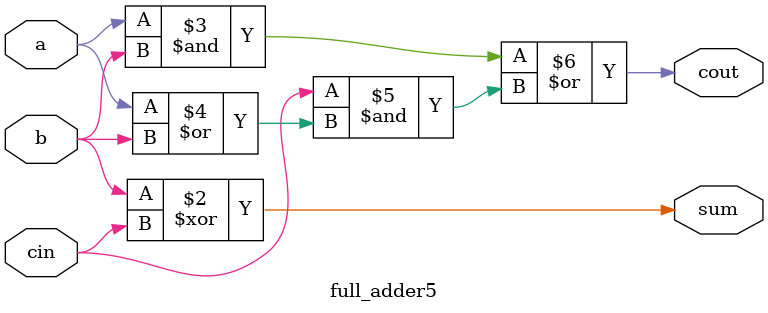
<source format=v>
module full_adder5(a,b,cin,sum,cout);
input a,b,cin;
output sum,cout;
assign sum = 1'b0^b^cin;
assign cout = a&b|cin&(a|b); 
// initial begin
//     $display("The incorrect adder with xor0 having in1/0");
// end   
endmodule

</source>
